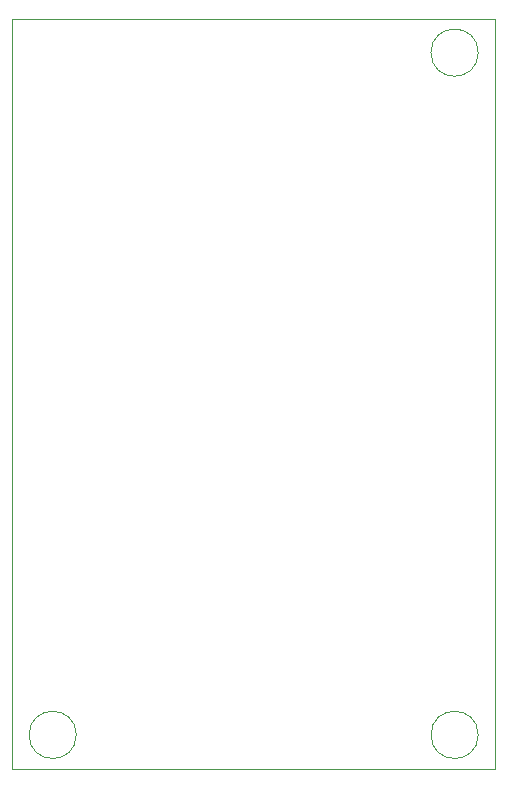
<source format=gbr>
G04 #@! TF.GenerationSoftware,KiCad,Pcbnew,5.1.5+dfsg1-2build2*
G04 #@! TF.CreationDate,2020-07-06T17:32:12+07:00*
G04 #@! TF.ProjectId,esp_wrover_open,6573705f-7772-46f7-9665-725f6f70656e,rev?*
G04 #@! TF.SameCoordinates,Original*
G04 #@! TF.FileFunction,Profile,NP*
%FSLAX46Y46*%
G04 Gerber Fmt 4.6, Leading zero omitted, Abs format (unit mm)*
G04 Created by KiCad (PCBNEW 5.1.5+dfsg1-2build2) date 2020-07-06 17:32:12*
%MOMM*%
%LPD*%
G04 APERTURE LIST*
%ADD10C,0.050000*%
G04 APERTURE END LIST*
D10*
X90420000Y-46882416D02*
G75*
G03X90420000Y-46882416I-2000000J0D01*
G01*
X56390000Y-104647584D02*
G75*
G03X56390000Y-104647584I-2000000J0D01*
G01*
X90420000Y-104647584D02*
G75*
G03X90420000Y-104647584I-2000000J0D01*
G01*
X50980000Y-44000000D02*
X50980000Y-107530000D01*
X91830000Y-107530000D02*
X91830000Y-44000000D01*
X50980000Y-107530000D02*
X91830000Y-107530000D01*
X91830000Y-44000000D02*
X50980000Y-44000000D01*
M02*

</source>
